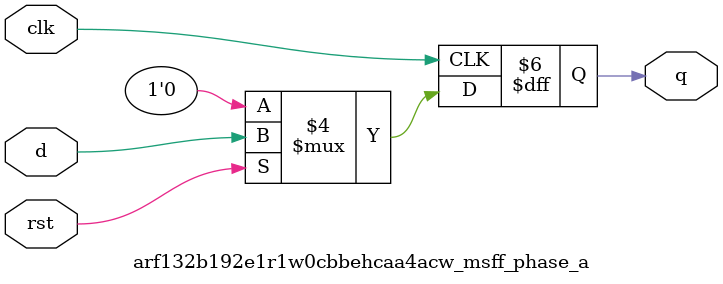
<source format=sv>
`ifndef ARF132B192E1R1W0CBBEHCAA4ACW_MSFF_PHASE_A_SV
`define ARF132B192E1R1W0CBBEHCAA4ACW_MSFF_PHASE_A_SV

module arf132b192e1r1w0cbbehcaa4acw_msff_phase_a #
(
  parameter DWIDTH = 1
)
(
  input  logic [DWIDTH-1:0] d,
  input  logic clk,
  input  logic rst,
  output logic [DWIDTH-1:0] q
);

always_ff @ (posedge clk) begin
  if (~rst) begin
    q <= '0;
  end
  else begin
    q <= d;
  end
end

endmodule // arf132b192e1r1w0cbbehcaa4acw_msff_phase_a

`endif // ARF132B192E1R1W0CBBEHCAA4ACW_MSFF_PHASE_A_SV
</source>
